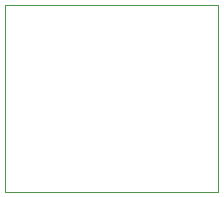
<source format=gbr>
G04 (created by PCBNEW-RS274X (2011-01-25 BZR 2758)-stable) date Mon 25 Apr 2011 03:55:26 PM COT*
G01*
G70*
G90*
%MOIN*%
G04 Gerber Fmt 3.4, Leading zero omitted, Abs format*
%FSLAX34Y34*%
G04 APERTURE LIST*
%ADD10C,0.006000*%
%ADD11C,0.001000*%
G04 APERTURE END LIST*
G54D10*
G54D11*
X64930Y-31701D02*
X64930Y-37941D01*
X64930Y-37941D02*
X57830Y-37941D01*
X57830Y-37941D02*
X57830Y-31701D01*
X57830Y-31701D02*
X64930Y-31701D01*
M02*

</source>
